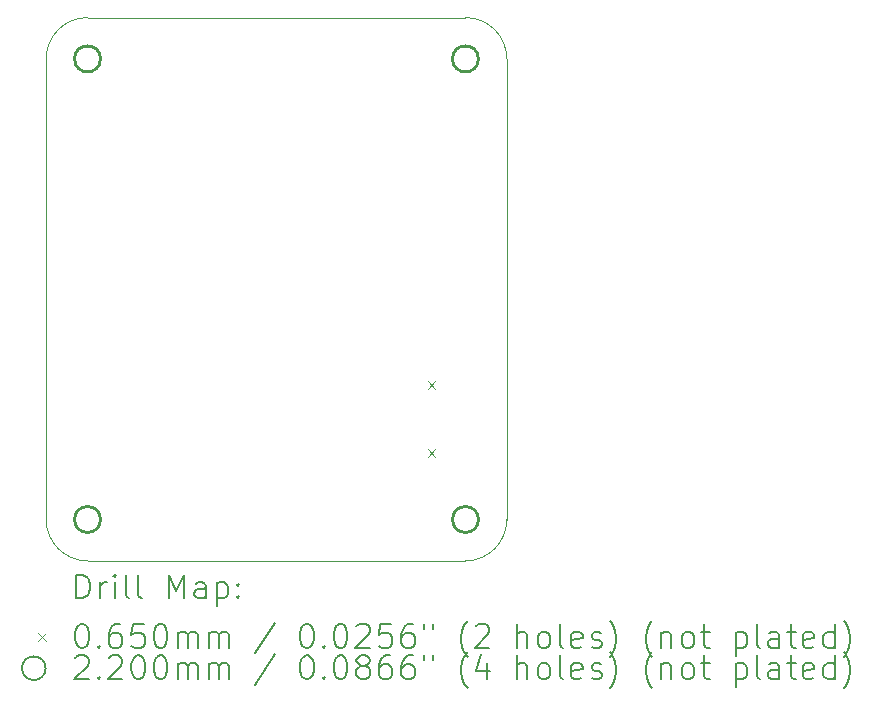
<source format=gbr>
%TF.GenerationSoftware,KiCad,Pcbnew,8.0.0*%
%TF.CreationDate,2024-03-01T21:25:41+00:00*%
%TF.ProjectId,Microll,4d696372-6f6c-46c2-9e6b-696361645f70,rev?*%
%TF.SameCoordinates,PX564eba0PY53724e0*%
%TF.FileFunction,Drillmap*%
%TF.FilePolarity,Positive*%
%FSLAX45Y45*%
G04 Gerber Fmt 4.5, Leading zero omitted, Abs format (unit mm)*
G04 Created by KiCad (PCBNEW 8.0.0) date 2024-03-01 21:25:41*
%MOMM*%
%LPD*%
G01*
G04 APERTURE LIST*
%ADD10C,0.100000*%
%ADD11C,0.200000*%
%ADD12C,0.220000*%
G04 APERTURE END LIST*
D10*
X0Y4250000D02*
X3200000Y4250000D01*
X3200000Y4250000D02*
G75*
G02*
X3550000Y3900000I0J-350000D01*
G01*
X3550000Y0D02*
G75*
G02*
X3200000Y-350000I-350000J0D01*
G01*
X-350000Y0D02*
X-350000Y3900000D01*
X3550000Y3900000D02*
X3550000Y0D01*
X3200000Y-350000D02*
X0Y-350000D01*
X0Y-350000D02*
G75*
G02*
X-350000Y0I0J350000D01*
G01*
X-350000Y3900000D02*
G75*
G02*
X0Y4250000I350000J0D01*
G01*
D11*
D10*
X2879000Y1172450D02*
X2944000Y1107450D01*
X2944000Y1172450D02*
X2879000Y1107450D01*
X2879000Y594450D02*
X2944000Y529450D01*
X2944000Y594450D02*
X2879000Y529450D01*
D12*
X110000Y3900000D02*
G75*
G02*
X-110000Y3900000I-110000J0D01*
G01*
X-110000Y3900000D02*
G75*
G02*
X110000Y3900000I110000J0D01*
G01*
X110000Y0D02*
G75*
G02*
X-110000Y0I-110000J0D01*
G01*
X-110000Y0D02*
G75*
G02*
X110000Y0I110000J0D01*
G01*
X3310000Y3900000D02*
G75*
G02*
X3090000Y3900000I-110000J0D01*
G01*
X3090000Y3900000D02*
G75*
G02*
X3310000Y3900000I110000J0D01*
G01*
X3310000Y0D02*
G75*
G02*
X3090000Y0I-110000J0D01*
G01*
X3090000Y0D02*
G75*
G02*
X3310000Y0I110000J0D01*
G01*
D11*
X-94223Y-666484D02*
X-94223Y-466484D01*
X-94223Y-466484D02*
X-46604Y-466484D01*
X-46604Y-466484D02*
X-18033Y-476008D01*
X-18033Y-476008D02*
X1015Y-495055D01*
X1015Y-495055D02*
X10539Y-514103D01*
X10539Y-514103D02*
X20063Y-552198D01*
X20063Y-552198D02*
X20063Y-580770D01*
X20063Y-580770D02*
X10539Y-618865D01*
X10539Y-618865D02*
X1015Y-637912D01*
X1015Y-637912D02*
X-18033Y-656960D01*
X-18033Y-656960D02*
X-46604Y-666484D01*
X-46604Y-666484D02*
X-94223Y-666484D01*
X105777Y-666484D02*
X105777Y-533150D01*
X105777Y-571246D02*
X115301Y-552198D01*
X115301Y-552198D02*
X124824Y-542674D01*
X124824Y-542674D02*
X143872Y-533150D01*
X143872Y-533150D02*
X162920Y-533150D01*
X229586Y-666484D02*
X229586Y-533150D01*
X229586Y-466484D02*
X220062Y-476008D01*
X220062Y-476008D02*
X229586Y-485531D01*
X229586Y-485531D02*
X239110Y-476008D01*
X239110Y-476008D02*
X229586Y-466484D01*
X229586Y-466484D02*
X229586Y-485531D01*
X353396Y-666484D02*
X334348Y-656960D01*
X334348Y-656960D02*
X324824Y-637912D01*
X324824Y-637912D02*
X324824Y-466484D01*
X458158Y-666484D02*
X439110Y-656960D01*
X439110Y-656960D02*
X429586Y-637912D01*
X429586Y-637912D02*
X429586Y-466484D01*
X686729Y-666484D02*
X686729Y-466484D01*
X686729Y-466484D02*
X753396Y-609341D01*
X753396Y-609341D02*
X820062Y-466484D01*
X820062Y-466484D02*
X820062Y-666484D01*
X1001015Y-666484D02*
X1001015Y-561722D01*
X1001015Y-561722D02*
X991491Y-542674D01*
X991491Y-542674D02*
X972443Y-533150D01*
X972443Y-533150D02*
X934348Y-533150D01*
X934348Y-533150D02*
X915301Y-542674D01*
X1001015Y-656960D02*
X981967Y-666484D01*
X981967Y-666484D02*
X934348Y-666484D01*
X934348Y-666484D02*
X915301Y-656960D01*
X915301Y-656960D02*
X905777Y-637912D01*
X905777Y-637912D02*
X905777Y-618865D01*
X905777Y-618865D02*
X915301Y-599817D01*
X915301Y-599817D02*
X934348Y-590293D01*
X934348Y-590293D02*
X981967Y-590293D01*
X981967Y-590293D02*
X1001015Y-580770D01*
X1096253Y-533150D02*
X1096253Y-733150D01*
X1096253Y-542674D02*
X1115301Y-533150D01*
X1115301Y-533150D02*
X1153396Y-533150D01*
X1153396Y-533150D02*
X1172444Y-542674D01*
X1172444Y-542674D02*
X1181967Y-552198D01*
X1181967Y-552198D02*
X1191491Y-571246D01*
X1191491Y-571246D02*
X1191491Y-628389D01*
X1191491Y-628389D02*
X1181967Y-647436D01*
X1181967Y-647436D02*
X1172444Y-656960D01*
X1172444Y-656960D02*
X1153396Y-666484D01*
X1153396Y-666484D02*
X1115301Y-666484D01*
X1115301Y-666484D02*
X1096253Y-656960D01*
X1277205Y-647436D02*
X1286729Y-656960D01*
X1286729Y-656960D02*
X1277205Y-666484D01*
X1277205Y-666484D02*
X1267682Y-656960D01*
X1267682Y-656960D02*
X1277205Y-647436D01*
X1277205Y-647436D02*
X1277205Y-666484D01*
X1277205Y-542674D02*
X1286729Y-552198D01*
X1286729Y-552198D02*
X1277205Y-561722D01*
X1277205Y-561722D02*
X1267682Y-552198D01*
X1267682Y-552198D02*
X1277205Y-542674D01*
X1277205Y-542674D02*
X1277205Y-561722D01*
D10*
X-420000Y-962500D02*
X-355000Y-1027500D01*
X-355000Y-962500D02*
X-420000Y-1027500D01*
D11*
X-56128Y-886484D02*
X-37080Y-886484D01*
X-37080Y-886484D02*
X-18033Y-896008D01*
X-18033Y-896008D02*
X-8509Y-905531D01*
X-8509Y-905531D02*
X1015Y-924579D01*
X1015Y-924579D02*
X10539Y-962674D01*
X10539Y-962674D02*
X10539Y-1010293D01*
X10539Y-1010293D02*
X1015Y-1048388D01*
X1015Y-1048388D02*
X-8509Y-1067436D01*
X-8509Y-1067436D02*
X-18033Y-1076960D01*
X-18033Y-1076960D02*
X-37080Y-1086484D01*
X-37080Y-1086484D02*
X-56128Y-1086484D01*
X-56128Y-1086484D02*
X-75176Y-1076960D01*
X-75176Y-1076960D02*
X-84699Y-1067436D01*
X-84699Y-1067436D02*
X-94223Y-1048388D01*
X-94223Y-1048388D02*
X-103747Y-1010293D01*
X-103747Y-1010293D02*
X-103747Y-962674D01*
X-103747Y-962674D02*
X-94223Y-924579D01*
X-94223Y-924579D02*
X-84699Y-905531D01*
X-84699Y-905531D02*
X-75176Y-896008D01*
X-75176Y-896008D02*
X-56128Y-886484D01*
X96253Y-1067436D02*
X105777Y-1076960D01*
X105777Y-1076960D02*
X96253Y-1086484D01*
X96253Y-1086484D02*
X86729Y-1076960D01*
X86729Y-1076960D02*
X96253Y-1067436D01*
X96253Y-1067436D02*
X96253Y-1086484D01*
X277205Y-886484D02*
X239110Y-886484D01*
X239110Y-886484D02*
X220062Y-896008D01*
X220062Y-896008D02*
X210539Y-905531D01*
X210539Y-905531D02*
X191491Y-934103D01*
X191491Y-934103D02*
X181967Y-972198D01*
X181967Y-972198D02*
X181967Y-1048388D01*
X181967Y-1048388D02*
X191491Y-1067436D01*
X191491Y-1067436D02*
X201015Y-1076960D01*
X201015Y-1076960D02*
X220062Y-1086484D01*
X220062Y-1086484D02*
X258158Y-1086484D01*
X258158Y-1086484D02*
X277205Y-1076960D01*
X277205Y-1076960D02*
X286729Y-1067436D01*
X286729Y-1067436D02*
X296253Y-1048388D01*
X296253Y-1048388D02*
X296253Y-1000769D01*
X296253Y-1000769D02*
X286729Y-981722D01*
X286729Y-981722D02*
X277205Y-972198D01*
X277205Y-972198D02*
X258158Y-962674D01*
X258158Y-962674D02*
X220062Y-962674D01*
X220062Y-962674D02*
X201015Y-972198D01*
X201015Y-972198D02*
X191491Y-981722D01*
X191491Y-981722D02*
X181967Y-1000769D01*
X477205Y-886484D02*
X381967Y-886484D01*
X381967Y-886484D02*
X372443Y-981722D01*
X372443Y-981722D02*
X381967Y-972198D01*
X381967Y-972198D02*
X401015Y-962674D01*
X401015Y-962674D02*
X448634Y-962674D01*
X448634Y-962674D02*
X467682Y-972198D01*
X467682Y-972198D02*
X477205Y-981722D01*
X477205Y-981722D02*
X486729Y-1000769D01*
X486729Y-1000769D02*
X486729Y-1048388D01*
X486729Y-1048388D02*
X477205Y-1067436D01*
X477205Y-1067436D02*
X467682Y-1076960D01*
X467682Y-1076960D02*
X448634Y-1086484D01*
X448634Y-1086484D02*
X401015Y-1086484D01*
X401015Y-1086484D02*
X381967Y-1076960D01*
X381967Y-1076960D02*
X372443Y-1067436D01*
X610539Y-886484D02*
X629586Y-886484D01*
X629586Y-886484D02*
X648634Y-896008D01*
X648634Y-896008D02*
X658158Y-905531D01*
X658158Y-905531D02*
X667682Y-924579D01*
X667682Y-924579D02*
X677205Y-962674D01*
X677205Y-962674D02*
X677205Y-1010293D01*
X677205Y-1010293D02*
X667682Y-1048388D01*
X667682Y-1048388D02*
X658158Y-1067436D01*
X658158Y-1067436D02*
X648634Y-1076960D01*
X648634Y-1076960D02*
X629586Y-1086484D01*
X629586Y-1086484D02*
X610539Y-1086484D01*
X610539Y-1086484D02*
X591491Y-1076960D01*
X591491Y-1076960D02*
X581967Y-1067436D01*
X581967Y-1067436D02*
X572444Y-1048388D01*
X572444Y-1048388D02*
X562920Y-1010293D01*
X562920Y-1010293D02*
X562920Y-962674D01*
X562920Y-962674D02*
X572444Y-924579D01*
X572444Y-924579D02*
X581967Y-905531D01*
X581967Y-905531D02*
X591491Y-896008D01*
X591491Y-896008D02*
X610539Y-886484D01*
X762920Y-1086484D02*
X762920Y-953150D01*
X762920Y-972198D02*
X772443Y-962674D01*
X772443Y-962674D02*
X791491Y-953150D01*
X791491Y-953150D02*
X820063Y-953150D01*
X820063Y-953150D02*
X839110Y-962674D01*
X839110Y-962674D02*
X848634Y-981722D01*
X848634Y-981722D02*
X848634Y-1086484D01*
X848634Y-981722D02*
X858158Y-962674D01*
X858158Y-962674D02*
X877205Y-953150D01*
X877205Y-953150D02*
X905777Y-953150D01*
X905777Y-953150D02*
X924824Y-962674D01*
X924824Y-962674D02*
X934348Y-981722D01*
X934348Y-981722D02*
X934348Y-1086484D01*
X1029586Y-1086484D02*
X1029586Y-953150D01*
X1029586Y-972198D02*
X1039110Y-962674D01*
X1039110Y-962674D02*
X1058158Y-953150D01*
X1058158Y-953150D02*
X1086729Y-953150D01*
X1086729Y-953150D02*
X1105777Y-962674D01*
X1105777Y-962674D02*
X1115301Y-981722D01*
X1115301Y-981722D02*
X1115301Y-1086484D01*
X1115301Y-981722D02*
X1124825Y-962674D01*
X1124825Y-962674D02*
X1143872Y-953150D01*
X1143872Y-953150D02*
X1172444Y-953150D01*
X1172444Y-953150D02*
X1191491Y-962674D01*
X1191491Y-962674D02*
X1201015Y-981722D01*
X1201015Y-981722D02*
X1201015Y-1086484D01*
X1591491Y-876960D02*
X1420063Y-1134103D01*
X1848634Y-886484D02*
X1867682Y-886484D01*
X1867682Y-886484D02*
X1886729Y-896008D01*
X1886729Y-896008D02*
X1896253Y-905531D01*
X1896253Y-905531D02*
X1905777Y-924579D01*
X1905777Y-924579D02*
X1915301Y-962674D01*
X1915301Y-962674D02*
X1915301Y-1010293D01*
X1915301Y-1010293D02*
X1905777Y-1048388D01*
X1905777Y-1048388D02*
X1896253Y-1067436D01*
X1896253Y-1067436D02*
X1886729Y-1076960D01*
X1886729Y-1076960D02*
X1867682Y-1086484D01*
X1867682Y-1086484D02*
X1848634Y-1086484D01*
X1848634Y-1086484D02*
X1829586Y-1076960D01*
X1829586Y-1076960D02*
X1820063Y-1067436D01*
X1820063Y-1067436D02*
X1810539Y-1048388D01*
X1810539Y-1048388D02*
X1801015Y-1010293D01*
X1801015Y-1010293D02*
X1801015Y-962674D01*
X1801015Y-962674D02*
X1810539Y-924579D01*
X1810539Y-924579D02*
X1820063Y-905531D01*
X1820063Y-905531D02*
X1829586Y-896008D01*
X1829586Y-896008D02*
X1848634Y-886484D01*
X2001015Y-1067436D02*
X2010539Y-1076960D01*
X2010539Y-1076960D02*
X2001015Y-1086484D01*
X2001015Y-1086484D02*
X1991491Y-1076960D01*
X1991491Y-1076960D02*
X2001015Y-1067436D01*
X2001015Y-1067436D02*
X2001015Y-1086484D01*
X2134348Y-886484D02*
X2153396Y-886484D01*
X2153396Y-886484D02*
X2172444Y-896008D01*
X2172444Y-896008D02*
X2181968Y-905531D01*
X2181968Y-905531D02*
X2191491Y-924579D01*
X2191491Y-924579D02*
X2201015Y-962674D01*
X2201015Y-962674D02*
X2201015Y-1010293D01*
X2201015Y-1010293D02*
X2191491Y-1048388D01*
X2191491Y-1048388D02*
X2181968Y-1067436D01*
X2181968Y-1067436D02*
X2172444Y-1076960D01*
X2172444Y-1076960D02*
X2153396Y-1086484D01*
X2153396Y-1086484D02*
X2134348Y-1086484D01*
X2134348Y-1086484D02*
X2115301Y-1076960D01*
X2115301Y-1076960D02*
X2105777Y-1067436D01*
X2105777Y-1067436D02*
X2096253Y-1048388D01*
X2096253Y-1048388D02*
X2086729Y-1010293D01*
X2086729Y-1010293D02*
X2086729Y-962674D01*
X2086729Y-962674D02*
X2096253Y-924579D01*
X2096253Y-924579D02*
X2105777Y-905531D01*
X2105777Y-905531D02*
X2115301Y-896008D01*
X2115301Y-896008D02*
X2134348Y-886484D01*
X2277206Y-905531D02*
X2286729Y-896008D01*
X2286729Y-896008D02*
X2305777Y-886484D01*
X2305777Y-886484D02*
X2353396Y-886484D01*
X2353396Y-886484D02*
X2372444Y-896008D01*
X2372444Y-896008D02*
X2381968Y-905531D01*
X2381968Y-905531D02*
X2391491Y-924579D01*
X2391491Y-924579D02*
X2391491Y-943627D01*
X2391491Y-943627D02*
X2381968Y-972198D01*
X2381968Y-972198D02*
X2267682Y-1086484D01*
X2267682Y-1086484D02*
X2391491Y-1086484D01*
X2572444Y-886484D02*
X2477206Y-886484D01*
X2477206Y-886484D02*
X2467682Y-981722D01*
X2467682Y-981722D02*
X2477206Y-972198D01*
X2477206Y-972198D02*
X2496253Y-962674D01*
X2496253Y-962674D02*
X2543872Y-962674D01*
X2543872Y-962674D02*
X2562920Y-972198D01*
X2562920Y-972198D02*
X2572444Y-981722D01*
X2572444Y-981722D02*
X2581968Y-1000769D01*
X2581968Y-1000769D02*
X2581968Y-1048388D01*
X2581968Y-1048388D02*
X2572444Y-1067436D01*
X2572444Y-1067436D02*
X2562920Y-1076960D01*
X2562920Y-1076960D02*
X2543872Y-1086484D01*
X2543872Y-1086484D02*
X2496253Y-1086484D01*
X2496253Y-1086484D02*
X2477206Y-1076960D01*
X2477206Y-1076960D02*
X2467682Y-1067436D01*
X2753396Y-886484D02*
X2715301Y-886484D01*
X2715301Y-886484D02*
X2696253Y-896008D01*
X2696253Y-896008D02*
X2686729Y-905531D01*
X2686729Y-905531D02*
X2667682Y-934103D01*
X2667682Y-934103D02*
X2658158Y-972198D01*
X2658158Y-972198D02*
X2658158Y-1048388D01*
X2658158Y-1048388D02*
X2667682Y-1067436D01*
X2667682Y-1067436D02*
X2677206Y-1076960D01*
X2677206Y-1076960D02*
X2696253Y-1086484D01*
X2696253Y-1086484D02*
X2734349Y-1086484D01*
X2734349Y-1086484D02*
X2753396Y-1076960D01*
X2753396Y-1076960D02*
X2762920Y-1067436D01*
X2762920Y-1067436D02*
X2772444Y-1048388D01*
X2772444Y-1048388D02*
X2772444Y-1000769D01*
X2772444Y-1000769D02*
X2762920Y-981722D01*
X2762920Y-981722D02*
X2753396Y-972198D01*
X2753396Y-972198D02*
X2734349Y-962674D01*
X2734349Y-962674D02*
X2696253Y-962674D01*
X2696253Y-962674D02*
X2677206Y-972198D01*
X2677206Y-972198D02*
X2667682Y-981722D01*
X2667682Y-981722D02*
X2658158Y-1000769D01*
X2848634Y-886484D02*
X2848634Y-924579D01*
X2924825Y-886484D02*
X2924825Y-924579D01*
X3220063Y-1162674D02*
X3210539Y-1153150D01*
X3210539Y-1153150D02*
X3191491Y-1124579D01*
X3191491Y-1124579D02*
X3181968Y-1105531D01*
X3181968Y-1105531D02*
X3172444Y-1076960D01*
X3172444Y-1076960D02*
X3162920Y-1029341D01*
X3162920Y-1029341D02*
X3162920Y-991246D01*
X3162920Y-991246D02*
X3172444Y-943627D01*
X3172444Y-943627D02*
X3181968Y-915055D01*
X3181968Y-915055D02*
X3191491Y-896008D01*
X3191491Y-896008D02*
X3210539Y-867436D01*
X3210539Y-867436D02*
X3220063Y-857912D01*
X3286729Y-905531D02*
X3296253Y-896008D01*
X3296253Y-896008D02*
X3315301Y-886484D01*
X3315301Y-886484D02*
X3362920Y-886484D01*
X3362920Y-886484D02*
X3381968Y-896008D01*
X3381968Y-896008D02*
X3391491Y-905531D01*
X3391491Y-905531D02*
X3401015Y-924579D01*
X3401015Y-924579D02*
X3401015Y-943627D01*
X3401015Y-943627D02*
X3391491Y-972198D01*
X3391491Y-972198D02*
X3277206Y-1086484D01*
X3277206Y-1086484D02*
X3401015Y-1086484D01*
X3639110Y-1086484D02*
X3639110Y-886484D01*
X3724825Y-1086484D02*
X3724825Y-981722D01*
X3724825Y-981722D02*
X3715301Y-962674D01*
X3715301Y-962674D02*
X3696253Y-953150D01*
X3696253Y-953150D02*
X3667682Y-953150D01*
X3667682Y-953150D02*
X3648634Y-962674D01*
X3648634Y-962674D02*
X3639110Y-972198D01*
X3848634Y-1086484D02*
X3829587Y-1076960D01*
X3829587Y-1076960D02*
X3820063Y-1067436D01*
X3820063Y-1067436D02*
X3810539Y-1048388D01*
X3810539Y-1048388D02*
X3810539Y-991246D01*
X3810539Y-991246D02*
X3820063Y-972198D01*
X3820063Y-972198D02*
X3829587Y-962674D01*
X3829587Y-962674D02*
X3848634Y-953150D01*
X3848634Y-953150D02*
X3877206Y-953150D01*
X3877206Y-953150D02*
X3896253Y-962674D01*
X3896253Y-962674D02*
X3905777Y-972198D01*
X3905777Y-972198D02*
X3915301Y-991246D01*
X3915301Y-991246D02*
X3915301Y-1048388D01*
X3915301Y-1048388D02*
X3905777Y-1067436D01*
X3905777Y-1067436D02*
X3896253Y-1076960D01*
X3896253Y-1076960D02*
X3877206Y-1086484D01*
X3877206Y-1086484D02*
X3848634Y-1086484D01*
X4029587Y-1086484D02*
X4010539Y-1076960D01*
X4010539Y-1076960D02*
X4001015Y-1057912D01*
X4001015Y-1057912D02*
X4001015Y-886484D01*
X4181968Y-1076960D02*
X4162920Y-1086484D01*
X4162920Y-1086484D02*
X4124825Y-1086484D01*
X4124825Y-1086484D02*
X4105777Y-1076960D01*
X4105777Y-1076960D02*
X4096253Y-1057912D01*
X4096253Y-1057912D02*
X4096253Y-981722D01*
X4096253Y-981722D02*
X4105777Y-962674D01*
X4105777Y-962674D02*
X4124825Y-953150D01*
X4124825Y-953150D02*
X4162920Y-953150D01*
X4162920Y-953150D02*
X4181968Y-962674D01*
X4181968Y-962674D02*
X4191491Y-981722D01*
X4191491Y-981722D02*
X4191491Y-1000769D01*
X4191491Y-1000769D02*
X4096253Y-1019817D01*
X4267682Y-1076960D02*
X4286730Y-1086484D01*
X4286730Y-1086484D02*
X4324825Y-1086484D01*
X4324825Y-1086484D02*
X4343873Y-1076960D01*
X4343873Y-1076960D02*
X4353396Y-1057912D01*
X4353396Y-1057912D02*
X4353396Y-1048388D01*
X4353396Y-1048388D02*
X4343873Y-1029341D01*
X4343873Y-1029341D02*
X4324825Y-1019817D01*
X4324825Y-1019817D02*
X4296253Y-1019817D01*
X4296253Y-1019817D02*
X4277206Y-1010293D01*
X4277206Y-1010293D02*
X4267682Y-991246D01*
X4267682Y-991246D02*
X4267682Y-981722D01*
X4267682Y-981722D02*
X4277206Y-962674D01*
X4277206Y-962674D02*
X4296253Y-953150D01*
X4296253Y-953150D02*
X4324825Y-953150D01*
X4324825Y-953150D02*
X4343873Y-962674D01*
X4420063Y-1162674D02*
X4429587Y-1153150D01*
X4429587Y-1153150D02*
X4448634Y-1124579D01*
X4448634Y-1124579D02*
X4458158Y-1105531D01*
X4458158Y-1105531D02*
X4467682Y-1076960D01*
X4467682Y-1076960D02*
X4477206Y-1029341D01*
X4477206Y-1029341D02*
X4477206Y-991246D01*
X4477206Y-991246D02*
X4467682Y-943627D01*
X4467682Y-943627D02*
X4458158Y-915055D01*
X4458158Y-915055D02*
X4448634Y-896008D01*
X4448634Y-896008D02*
X4429587Y-867436D01*
X4429587Y-867436D02*
X4420063Y-857912D01*
X4781968Y-1162674D02*
X4772444Y-1153150D01*
X4772444Y-1153150D02*
X4753396Y-1124579D01*
X4753396Y-1124579D02*
X4743873Y-1105531D01*
X4743873Y-1105531D02*
X4734349Y-1076960D01*
X4734349Y-1076960D02*
X4724825Y-1029341D01*
X4724825Y-1029341D02*
X4724825Y-991246D01*
X4724825Y-991246D02*
X4734349Y-943627D01*
X4734349Y-943627D02*
X4743873Y-915055D01*
X4743873Y-915055D02*
X4753396Y-896008D01*
X4753396Y-896008D02*
X4772444Y-867436D01*
X4772444Y-867436D02*
X4781968Y-857912D01*
X4858158Y-953150D02*
X4858158Y-1086484D01*
X4858158Y-972198D02*
X4867682Y-962674D01*
X4867682Y-962674D02*
X4886730Y-953150D01*
X4886730Y-953150D02*
X4915301Y-953150D01*
X4915301Y-953150D02*
X4934349Y-962674D01*
X4934349Y-962674D02*
X4943873Y-981722D01*
X4943873Y-981722D02*
X4943873Y-1086484D01*
X5067682Y-1086484D02*
X5048634Y-1076960D01*
X5048634Y-1076960D02*
X5039111Y-1067436D01*
X5039111Y-1067436D02*
X5029587Y-1048388D01*
X5029587Y-1048388D02*
X5029587Y-991246D01*
X5029587Y-991246D02*
X5039111Y-972198D01*
X5039111Y-972198D02*
X5048634Y-962674D01*
X5048634Y-962674D02*
X5067682Y-953150D01*
X5067682Y-953150D02*
X5096254Y-953150D01*
X5096254Y-953150D02*
X5115301Y-962674D01*
X5115301Y-962674D02*
X5124825Y-972198D01*
X5124825Y-972198D02*
X5134349Y-991246D01*
X5134349Y-991246D02*
X5134349Y-1048388D01*
X5134349Y-1048388D02*
X5124825Y-1067436D01*
X5124825Y-1067436D02*
X5115301Y-1076960D01*
X5115301Y-1076960D02*
X5096254Y-1086484D01*
X5096254Y-1086484D02*
X5067682Y-1086484D01*
X5191492Y-953150D02*
X5267682Y-953150D01*
X5220063Y-886484D02*
X5220063Y-1057912D01*
X5220063Y-1057912D02*
X5229587Y-1076960D01*
X5229587Y-1076960D02*
X5248634Y-1086484D01*
X5248634Y-1086484D02*
X5267682Y-1086484D01*
X5486730Y-953150D02*
X5486730Y-1153150D01*
X5486730Y-962674D02*
X5505777Y-953150D01*
X5505777Y-953150D02*
X5543873Y-953150D01*
X5543873Y-953150D02*
X5562920Y-962674D01*
X5562920Y-962674D02*
X5572444Y-972198D01*
X5572444Y-972198D02*
X5581968Y-991246D01*
X5581968Y-991246D02*
X5581968Y-1048388D01*
X5581968Y-1048388D02*
X5572444Y-1067436D01*
X5572444Y-1067436D02*
X5562920Y-1076960D01*
X5562920Y-1076960D02*
X5543873Y-1086484D01*
X5543873Y-1086484D02*
X5505777Y-1086484D01*
X5505777Y-1086484D02*
X5486730Y-1076960D01*
X5696253Y-1086484D02*
X5677206Y-1076960D01*
X5677206Y-1076960D02*
X5667682Y-1057912D01*
X5667682Y-1057912D02*
X5667682Y-886484D01*
X5858158Y-1086484D02*
X5858158Y-981722D01*
X5858158Y-981722D02*
X5848634Y-962674D01*
X5848634Y-962674D02*
X5829587Y-953150D01*
X5829587Y-953150D02*
X5791492Y-953150D01*
X5791492Y-953150D02*
X5772444Y-962674D01*
X5858158Y-1076960D02*
X5839111Y-1086484D01*
X5839111Y-1086484D02*
X5791492Y-1086484D01*
X5791492Y-1086484D02*
X5772444Y-1076960D01*
X5772444Y-1076960D02*
X5762920Y-1057912D01*
X5762920Y-1057912D02*
X5762920Y-1038865D01*
X5762920Y-1038865D02*
X5772444Y-1019817D01*
X5772444Y-1019817D02*
X5791492Y-1010293D01*
X5791492Y-1010293D02*
X5839111Y-1010293D01*
X5839111Y-1010293D02*
X5858158Y-1000769D01*
X5924825Y-953150D02*
X6001015Y-953150D01*
X5953396Y-886484D02*
X5953396Y-1057912D01*
X5953396Y-1057912D02*
X5962920Y-1076960D01*
X5962920Y-1076960D02*
X5981968Y-1086484D01*
X5981968Y-1086484D02*
X6001015Y-1086484D01*
X6143873Y-1076960D02*
X6124825Y-1086484D01*
X6124825Y-1086484D02*
X6086730Y-1086484D01*
X6086730Y-1086484D02*
X6067682Y-1076960D01*
X6067682Y-1076960D02*
X6058158Y-1057912D01*
X6058158Y-1057912D02*
X6058158Y-981722D01*
X6058158Y-981722D02*
X6067682Y-962674D01*
X6067682Y-962674D02*
X6086730Y-953150D01*
X6086730Y-953150D02*
X6124825Y-953150D01*
X6124825Y-953150D02*
X6143873Y-962674D01*
X6143873Y-962674D02*
X6153396Y-981722D01*
X6153396Y-981722D02*
X6153396Y-1000769D01*
X6153396Y-1000769D02*
X6058158Y-1019817D01*
X6324825Y-1086484D02*
X6324825Y-886484D01*
X6324825Y-1076960D02*
X6305777Y-1086484D01*
X6305777Y-1086484D02*
X6267682Y-1086484D01*
X6267682Y-1086484D02*
X6248634Y-1076960D01*
X6248634Y-1076960D02*
X6239111Y-1067436D01*
X6239111Y-1067436D02*
X6229587Y-1048388D01*
X6229587Y-1048388D02*
X6229587Y-991246D01*
X6229587Y-991246D02*
X6239111Y-972198D01*
X6239111Y-972198D02*
X6248634Y-962674D01*
X6248634Y-962674D02*
X6267682Y-953150D01*
X6267682Y-953150D02*
X6305777Y-953150D01*
X6305777Y-953150D02*
X6324825Y-962674D01*
X6401015Y-1162674D02*
X6410539Y-1153150D01*
X6410539Y-1153150D02*
X6429587Y-1124579D01*
X6429587Y-1124579D02*
X6439111Y-1105531D01*
X6439111Y-1105531D02*
X6448634Y-1076960D01*
X6448634Y-1076960D02*
X6458158Y-1029341D01*
X6458158Y-1029341D02*
X6458158Y-991246D01*
X6458158Y-991246D02*
X6448634Y-943627D01*
X6448634Y-943627D02*
X6439111Y-915055D01*
X6439111Y-915055D02*
X6429587Y-896008D01*
X6429587Y-896008D02*
X6410539Y-867436D01*
X6410539Y-867436D02*
X6401015Y-857912D01*
X-355000Y-1259000D02*
G75*
G02*
X-555000Y-1259000I-100000J0D01*
G01*
X-555000Y-1259000D02*
G75*
G02*
X-355000Y-1259000I100000J0D01*
G01*
X-103747Y-1169531D02*
X-94223Y-1160008D01*
X-94223Y-1160008D02*
X-75176Y-1150484D01*
X-75176Y-1150484D02*
X-27556Y-1150484D01*
X-27556Y-1150484D02*
X-8509Y-1160008D01*
X-8509Y-1160008D02*
X1015Y-1169531D01*
X1015Y-1169531D02*
X10539Y-1188579D01*
X10539Y-1188579D02*
X10539Y-1207627D01*
X10539Y-1207627D02*
X1015Y-1236198D01*
X1015Y-1236198D02*
X-113271Y-1350484D01*
X-113271Y-1350484D02*
X10539Y-1350484D01*
X96253Y-1331436D02*
X105777Y-1340960D01*
X105777Y-1340960D02*
X96253Y-1350484D01*
X96253Y-1350484D02*
X86729Y-1340960D01*
X86729Y-1340960D02*
X96253Y-1331436D01*
X96253Y-1331436D02*
X96253Y-1350484D01*
X181967Y-1169531D02*
X191491Y-1160008D01*
X191491Y-1160008D02*
X210539Y-1150484D01*
X210539Y-1150484D02*
X258158Y-1150484D01*
X258158Y-1150484D02*
X277205Y-1160008D01*
X277205Y-1160008D02*
X286729Y-1169531D01*
X286729Y-1169531D02*
X296253Y-1188579D01*
X296253Y-1188579D02*
X296253Y-1207627D01*
X296253Y-1207627D02*
X286729Y-1236198D01*
X286729Y-1236198D02*
X172444Y-1350484D01*
X172444Y-1350484D02*
X296253Y-1350484D01*
X420062Y-1150484D02*
X439110Y-1150484D01*
X439110Y-1150484D02*
X458158Y-1160008D01*
X458158Y-1160008D02*
X467682Y-1169531D01*
X467682Y-1169531D02*
X477205Y-1188579D01*
X477205Y-1188579D02*
X486729Y-1226674D01*
X486729Y-1226674D02*
X486729Y-1274293D01*
X486729Y-1274293D02*
X477205Y-1312389D01*
X477205Y-1312389D02*
X467682Y-1331436D01*
X467682Y-1331436D02*
X458158Y-1340960D01*
X458158Y-1340960D02*
X439110Y-1350484D01*
X439110Y-1350484D02*
X420062Y-1350484D01*
X420062Y-1350484D02*
X401015Y-1340960D01*
X401015Y-1340960D02*
X391491Y-1331436D01*
X391491Y-1331436D02*
X381967Y-1312389D01*
X381967Y-1312389D02*
X372443Y-1274293D01*
X372443Y-1274293D02*
X372443Y-1226674D01*
X372443Y-1226674D02*
X381967Y-1188579D01*
X381967Y-1188579D02*
X391491Y-1169531D01*
X391491Y-1169531D02*
X401015Y-1160008D01*
X401015Y-1160008D02*
X420062Y-1150484D01*
X610539Y-1150484D02*
X629586Y-1150484D01*
X629586Y-1150484D02*
X648634Y-1160008D01*
X648634Y-1160008D02*
X658158Y-1169531D01*
X658158Y-1169531D02*
X667682Y-1188579D01*
X667682Y-1188579D02*
X677205Y-1226674D01*
X677205Y-1226674D02*
X677205Y-1274293D01*
X677205Y-1274293D02*
X667682Y-1312389D01*
X667682Y-1312389D02*
X658158Y-1331436D01*
X658158Y-1331436D02*
X648634Y-1340960D01*
X648634Y-1340960D02*
X629586Y-1350484D01*
X629586Y-1350484D02*
X610539Y-1350484D01*
X610539Y-1350484D02*
X591491Y-1340960D01*
X591491Y-1340960D02*
X581967Y-1331436D01*
X581967Y-1331436D02*
X572444Y-1312389D01*
X572444Y-1312389D02*
X562920Y-1274293D01*
X562920Y-1274293D02*
X562920Y-1226674D01*
X562920Y-1226674D02*
X572444Y-1188579D01*
X572444Y-1188579D02*
X581967Y-1169531D01*
X581967Y-1169531D02*
X591491Y-1160008D01*
X591491Y-1160008D02*
X610539Y-1150484D01*
X762920Y-1350484D02*
X762920Y-1217150D01*
X762920Y-1236198D02*
X772443Y-1226674D01*
X772443Y-1226674D02*
X791491Y-1217150D01*
X791491Y-1217150D02*
X820063Y-1217150D01*
X820063Y-1217150D02*
X839110Y-1226674D01*
X839110Y-1226674D02*
X848634Y-1245722D01*
X848634Y-1245722D02*
X848634Y-1350484D01*
X848634Y-1245722D02*
X858158Y-1226674D01*
X858158Y-1226674D02*
X877205Y-1217150D01*
X877205Y-1217150D02*
X905777Y-1217150D01*
X905777Y-1217150D02*
X924824Y-1226674D01*
X924824Y-1226674D02*
X934348Y-1245722D01*
X934348Y-1245722D02*
X934348Y-1350484D01*
X1029586Y-1350484D02*
X1029586Y-1217150D01*
X1029586Y-1236198D02*
X1039110Y-1226674D01*
X1039110Y-1226674D02*
X1058158Y-1217150D01*
X1058158Y-1217150D02*
X1086729Y-1217150D01*
X1086729Y-1217150D02*
X1105777Y-1226674D01*
X1105777Y-1226674D02*
X1115301Y-1245722D01*
X1115301Y-1245722D02*
X1115301Y-1350484D01*
X1115301Y-1245722D02*
X1124825Y-1226674D01*
X1124825Y-1226674D02*
X1143872Y-1217150D01*
X1143872Y-1217150D02*
X1172444Y-1217150D01*
X1172444Y-1217150D02*
X1191491Y-1226674D01*
X1191491Y-1226674D02*
X1201015Y-1245722D01*
X1201015Y-1245722D02*
X1201015Y-1350484D01*
X1591491Y-1140960D02*
X1420063Y-1398103D01*
X1848634Y-1150484D02*
X1867682Y-1150484D01*
X1867682Y-1150484D02*
X1886729Y-1160008D01*
X1886729Y-1160008D02*
X1896253Y-1169531D01*
X1896253Y-1169531D02*
X1905777Y-1188579D01*
X1905777Y-1188579D02*
X1915301Y-1226674D01*
X1915301Y-1226674D02*
X1915301Y-1274293D01*
X1915301Y-1274293D02*
X1905777Y-1312389D01*
X1905777Y-1312389D02*
X1896253Y-1331436D01*
X1896253Y-1331436D02*
X1886729Y-1340960D01*
X1886729Y-1340960D02*
X1867682Y-1350484D01*
X1867682Y-1350484D02*
X1848634Y-1350484D01*
X1848634Y-1350484D02*
X1829586Y-1340960D01*
X1829586Y-1340960D02*
X1820063Y-1331436D01*
X1820063Y-1331436D02*
X1810539Y-1312389D01*
X1810539Y-1312389D02*
X1801015Y-1274293D01*
X1801015Y-1274293D02*
X1801015Y-1226674D01*
X1801015Y-1226674D02*
X1810539Y-1188579D01*
X1810539Y-1188579D02*
X1820063Y-1169531D01*
X1820063Y-1169531D02*
X1829586Y-1160008D01*
X1829586Y-1160008D02*
X1848634Y-1150484D01*
X2001015Y-1331436D02*
X2010539Y-1340960D01*
X2010539Y-1340960D02*
X2001015Y-1350484D01*
X2001015Y-1350484D02*
X1991491Y-1340960D01*
X1991491Y-1340960D02*
X2001015Y-1331436D01*
X2001015Y-1331436D02*
X2001015Y-1350484D01*
X2134348Y-1150484D02*
X2153396Y-1150484D01*
X2153396Y-1150484D02*
X2172444Y-1160008D01*
X2172444Y-1160008D02*
X2181968Y-1169531D01*
X2181968Y-1169531D02*
X2191491Y-1188579D01*
X2191491Y-1188579D02*
X2201015Y-1226674D01*
X2201015Y-1226674D02*
X2201015Y-1274293D01*
X2201015Y-1274293D02*
X2191491Y-1312389D01*
X2191491Y-1312389D02*
X2181968Y-1331436D01*
X2181968Y-1331436D02*
X2172444Y-1340960D01*
X2172444Y-1340960D02*
X2153396Y-1350484D01*
X2153396Y-1350484D02*
X2134348Y-1350484D01*
X2134348Y-1350484D02*
X2115301Y-1340960D01*
X2115301Y-1340960D02*
X2105777Y-1331436D01*
X2105777Y-1331436D02*
X2096253Y-1312389D01*
X2096253Y-1312389D02*
X2086729Y-1274293D01*
X2086729Y-1274293D02*
X2086729Y-1226674D01*
X2086729Y-1226674D02*
X2096253Y-1188579D01*
X2096253Y-1188579D02*
X2105777Y-1169531D01*
X2105777Y-1169531D02*
X2115301Y-1160008D01*
X2115301Y-1160008D02*
X2134348Y-1150484D01*
X2315301Y-1236198D02*
X2296253Y-1226674D01*
X2296253Y-1226674D02*
X2286729Y-1217150D01*
X2286729Y-1217150D02*
X2277206Y-1198103D01*
X2277206Y-1198103D02*
X2277206Y-1188579D01*
X2277206Y-1188579D02*
X2286729Y-1169531D01*
X2286729Y-1169531D02*
X2296253Y-1160008D01*
X2296253Y-1160008D02*
X2315301Y-1150484D01*
X2315301Y-1150484D02*
X2353396Y-1150484D01*
X2353396Y-1150484D02*
X2372444Y-1160008D01*
X2372444Y-1160008D02*
X2381968Y-1169531D01*
X2381968Y-1169531D02*
X2391491Y-1188579D01*
X2391491Y-1188579D02*
X2391491Y-1198103D01*
X2391491Y-1198103D02*
X2381968Y-1217150D01*
X2381968Y-1217150D02*
X2372444Y-1226674D01*
X2372444Y-1226674D02*
X2353396Y-1236198D01*
X2353396Y-1236198D02*
X2315301Y-1236198D01*
X2315301Y-1236198D02*
X2296253Y-1245722D01*
X2296253Y-1245722D02*
X2286729Y-1255246D01*
X2286729Y-1255246D02*
X2277206Y-1274293D01*
X2277206Y-1274293D02*
X2277206Y-1312389D01*
X2277206Y-1312389D02*
X2286729Y-1331436D01*
X2286729Y-1331436D02*
X2296253Y-1340960D01*
X2296253Y-1340960D02*
X2315301Y-1350484D01*
X2315301Y-1350484D02*
X2353396Y-1350484D01*
X2353396Y-1350484D02*
X2372444Y-1340960D01*
X2372444Y-1340960D02*
X2381968Y-1331436D01*
X2381968Y-1331436D02*
X2391491Y-1312389D01*
X2391491Y-1312389D02*
X2391491Y-1274293D01*
X2391491Y-1274293D02*
X2381968Y-1255246D01*
X2381968Y-1255246D02*
X2372444Y-1245722D01*
X2372444Y-1245722D02*
X2353396Y-1236198D01*
X2562920Y-1150484D02*
X2524825Y-1150484D01*
X2524825Y-1150484D02*
X2505777Y-1160008D01*
X2505777Y-1160008D02*
X2496253Y-1169531D01*
X2496253Y-1169531D02*
X2477206Y-1198103D01*
X2477206Y-1198103D02*
X2467682Y-1236198D01*
X2467682Y-1236198D02*
X2467682Y-1312389D01*
X2467682Y-1312389D02*
X2477206Y-1331436D01*
X2477206Y-1331436D02*
X2486729Y-1340960D01*
X2486729Y-1340960D02*
X2505777Y-1350484D01*
X2505777Y-1350484D02*
X2543872Y-1350484D01*
X2543872Y-1350484D02*
X2562920Y-1340960D01*
X2562920Y-1340960D02*
X2572444Y-1331436D01*
X2572444Y-1331436D02*
X2581968Y-1312389D01*
X2581968Y-1312389D02*
X2581968Y-1264770D01*
X2581968Y-1264770D02*
X2572444Y-1245722D01*
X2572444Y-1245722D02*
X2562920Y-1236198D01*
X2562920Y-1236198D02*
X2543872Y-1226674D01*
X2543872Y-1226674D02*
X2505777Y-1226674D01*
X2505777Y-1226674D02*
X2486729Y-1236198D01*
X2486729Y-1236198D02*
X2477206Y-1245722D01*
X2477206Y-1245722D02*
X2467682Y-1264770D01*
X2753396Y-1150484D02*
X2715301Y-1150484D01*
X2715301Y-1150484D02*
X2696253Y-1160008D01*
X2696253Y-1160008D02*
X2686729Y-1169531D01*
X2686729Y-1169531D02*
X2667682Y-1198103D01*
X2667682Y-1198103D02*
X2658158Y-1236198D01*
X2658158Y-1236198D02*
X2658158Y-1312389D01*
X2658158Y-1312389D02*
X2667682Y-1331436D01*
X2667682Y-1331436D02*
X2677206Y-1340960D01*
X2677206Y-1340960D02*
X2696253Y-1350484D01*
X2696253Y-1350484D02*
X2734349Y-1350484D01*
X2734349Y-1350484D02*
X2753396Y-1340960D01*
X2753396Y-1340960D02*
X2762920Y-1331436D01*
X2762920Y-1331436D02*
X2772444Y-1312389D01*
X2772444Y-1312389D02*
X2772444Y-1264770D01*
X2772444Y-1264770D02*
X2762920Y-1245722D01*
X2762920Y-1245722D02*
X2753396Y-1236198D01*
X2753396Y-1236198D02*
X2734349Y-1226674D01*
X2734349Y-1226674D02*
X2696253Y-1226674D01*
X2696253Y-1226674D02*
X2677206Y-1236198D01*
X2677206Y-1236198D02*
X2667682Y-1245722D01*
X2667682Y-1245722D02*
X2658158Y-1264770D01*
X2848634Y-1150484D02*
X2848634Y-1188579D01*
X2924825Y-1150484D02*
X2924825Y-1188579D01*
X3220063Y-1426674D02*
X3210539Y-1417150D01*
X3210539Y-1417150D02*
X3191491Y-1388579D01*
X3191491Y-1388579D02*
X3181968Y-1369531D01*
X3181968Y-1369531D02*
X3172444Y-1340960D01*
X3172444Y-1340960D02*
X3162920Y-1293341D01*
X3162920Y-1293341D02*
X3162920Y-1255246D01*
X3162920Y-1255246D02*
X3172444Y-1207627D01*
X3172444Y-1207627D02*
X3181968Y-1179055D01*
X3181968Y-1179055D02*
X3191491Y-1160008D01*
X3191491Y-1160008D02*
X3210539Y-1131436D01*
X3210539Y-1131436D02*
X3220063Y-1121912D01*
X3381968Y-1217150D02*
X3381968Y-1350484D01*
X3334348Y-1140960D02*
X3286729Y-1283817D01*
X3286729Y-1283817D02*
X3410539Y-1283817D01*
X3639110Y-1350484D02*
X3639110Y-1150484D01*
X3724825Y-1350484D02*
X3724825Y-1245722D01*
X3724825Y-1245722D02*
X3715301Y-1226674D01*
X3715301Y-1226674D02*
X3696253Y-1217150D01*
X3696253Y-1217150D02*
X3667682Y-1217150D01*
X3667682Y-1217150D02*
X3648634Y-1226674D01*
X3648634Y-1226674D02*
X3639110Y-1236198D01*
X3848634Y-1350484D02*
X3829587Y-1340960D01*
X3829587Y-1340960D02*
X3820063Y-1331436D01*
X3820063Y-1331436D02*
X3810539Y-1312389D01*
X3810539Y-1312389D02*
X3810539Y-1255246D01*
X3810539Y-1255246D02*
X3820063Y-1236198D01*
X3820063Y-1236198D02*
X3829587Y-1226674D01*
X3829587Y-1226674D02*
X3848634Y-1217150D01*
X3848634Y-1217150D02*
X3877206Y-1217150D01*
X3877206Y-1217150D02*
X3896253Y-1226674D01*
X3896253Y-1226674D02*
X3905777Y-1236198D01*
X3905777Y-1236198D02*
X3915301Y-1255246D01*
X3915301Y-1255246D02*
X3915301Y-1312389D01*
X3915301Y-1312389D02*
X3905777Y-1331436D01*
X3905777Y-1331436D02*
X3896253Y-1340960D01*
X3896253Y-1340960D02*
X3877206Y-1350484D01*
X3877206Y-1350484D02*
X3848634Y-1350484D01*
X4029587Y-1350484D02*
X4010539Y-1340960D01*
X4010539Y-1340960D02*
X4001015Y-1321912D01*
X4001015Y-1321912D02*
X4001015Y-1150484D01*
X4181968Y-1340960D02*
X4162920Y-1350484D01*
X4162920Y-1350484D02*
X4124825Y-1350484D01*
X4124825Y-1350484D02*
X4105777Y-1340960D01*
X4105777Y-1340960D02*
X4096253Y-1321912D01*
X4096253Y-1321912D02*
X4096253Y-1245722D01*
X4096253Y-1245722D02*
X4105777Y-1226674D01*
X4105777Y-1226674D02*
X4124825Y-1217150D01*
X4124825Y-1217150D02*
X4162920Y-1217150D01*
X4162920Y-1217150D02*
X4181968Y-1226674D01*
X4181968Y-1226674D02*
X4191491Y-1245722D01*
X4191491Y-1245722D02*
X4191491Y-1264770D01*
X4191491Y-1264770D02*
X4096253Y-1283817D01*
X4267682Y-1340960D02*
X4286730Y-1350484D01*
X4286730Y-1350484D02*
X4324825Y-1350484D01*
X4324825Y-1350484D02*
X4343873Y-1340960D01*
X4343873Y-1340960D02*
X4353396Y-1321912D01*
X4353396Y-1321912D02*
X4353396Y-1312389D01*
X4353396Y-1312389D02*
X4343873Y-1293341D01*
X4343873Y-1293341D02*
X4324825Y-1283817D01*
X4324825Y-1283817D02*
X4296253Y-1283817D01*
X4296253Y-1283817D02*
X4277206Y-1274293D01*
X4277206Y-1274293D02*
X4267682Y-1255246D01*
X4267682Y-1255246D02*
X4267682Y-1245722D01*
X4267682Y-1245722D02*
X4277206Y-1226674D01*
X4277206Y-1226674D02*
X4296253Y-1217150D01*
X4296253Y-1217150D02*
X4324825Y-1217150D01*
X4324825Y-1217150D02*
X4343873Y-1226674D01*
X4420063Y-1426674D02*
X4429587Y-1417150D01*
X4429587Y-1417150D02*
X4448634Y-1388579D01*
X4448634Y-1388579D02*
X4458158Y-1369531D01*
X4458158Y-1369531D02*
X4467682Y-1340960D01*
X4467682Y-1340960D02*
X4477206Y-1293341D01*
X4477206Y-1293341D02*
X4477206Y-1255246D01*
X4477206Y-1255246D02*
X4467682Y-1207627D01*
X4467682Y-1207627D02*
X4458158Y-1179055D01*
X4458158Y-1179055D02*
X4448634Y-1160008D01*
X4448634Y-1160008D02*
X4429587Y-1131436D01*
X4429587Y-1131436D02*
X4420063Y-1121912D01*
X4781968Y-1426674D02*
X4772444Y-1417150D01*
X4772444Y-1417150D02*
X4753396Y-1388579D01*
X4753396Y-1388579D02*
X4743873Y-1369531D01*
X4743873Y-1369531D02*
X4734349Y-1340960D01*
X4734349Y-1340960D02*
X4724825Y-1293341D01*
X4724825Y-1293341D02*
X4724825Y-1255246D01*
X4724825Y-1255246D02*
X4734349Y-1207627D01*
X4734349Y-1207627D02*
X4743873Y-1179055D01*
X4743873Y-1179055D02*
X4753396Y-1160008D01*
X4753396Y-1160008D02*
X4772444Y-1131436D01*
X4772444Y-1131436D02*
X4781968Y-1121912D01*
X4858158Y-1217150D02*
X4858158Y-1350484D01*
X4858158Y-1236198D02*
X4867682Y-1226674D01*
X4867682Y-1226674D02*
X4886730Y-1217150D01*
X4886730Y-1217150D02*
X4915301Y-1217150D01*
X4915301Y-1217150D02*
X4934349Y-1226674D01*
X4934349Y-1226674D02*
X4943873Y-1245722D01*
X4943873Y-1245722D02*
X4943873Y-1350484D01*
X5067682Y-1350484D02*
X5048634Y-1340960D01*
X5048634Y-1340960D02*
X5039111Y-1331436D01*
X5039111Y-1331436D02*
X5029587Y-1312389D01*
X5029587Y-1312389D02*
X5029587Y-1255246D01*
X5029587Y-1255246D02*
X5039111Y-1236198D01*
X5039111Y-1236198D02*
X5048634Y-1226674D01*
X5048634Y-1226674D02*
X5067682Y-1217150D01*
X5067682Y-1217150D02*
X5096254Y-1217150D01*
X5096254Y-1217150D02*
X5115301Y-1226674D01*
X5115301Y-1226674D02*
X5124825Y-1236198D01*
X5124825Y-1236198D02*
X5134349Y-1255246D01*
X5134349Y-1255246D02*
X5134349Y-1312389D01*
X5134349Y-1312389D02*
X5124825Y-1331436D01*
X5124825Y-1331436D02*
X5115301Y-1340960D01*
X5115301Y-1340960D02*
X5096254Y-1350484D01*
X5096254Y-1350484D02*
X5067682Y-1350484D01*
X5191492Y-1217150D02*
X5267682Y-1217150D01*
X5220063Y-1150484D02*
X5220063Y-1321912D01*
X5220063Y-1321912D02*
X5229587Y-1340960D01*
X5229587Y-1340960D02*
X5248634Y-1350484D01*
X5248634Y-1350484D02*
X5267682Y-1350484D01*
X5486730Y-1217150D02*
X5486730Y-1417150D01*
X5486730Y-1226674D02*
X5505777Y-1217150D01*
X5505777Y-1217150D02*
X5543873Y-1217150D01*
X5543873Y-1217150D02*
X5562920Y-1226674D01*
X5562920Y-1226674D02*
X5572444Y-1236198D01*
X5572444Y-1236198D02*
X5581968Y-1255246D01*
X5581968Y-1255246D02*
X5581968Y-1312389D01*
X5581968Y-1312389D02*
X5572444Y-1331436D01*
X5572444Y-1331436D02*
X5562920Y-1340960D01*
X5562920Y-1340960D02*
X5543873Y-1350484D01*
X5543873Y-1350484D02*
X5505777Y-1350484D01*
X5505777Y-1350484D02*
X5486730Y-1340960D01*
X5696253Y-1350484D02*
X5677206Y-1340960D01*
X5677206Y-1340960D02*
X5667682Y-1321912D01*
X5667682Y-1321912D02*
X5667682Y-1150484D01*
X5858158Y-1350484D02*
X5858158Y-1245722D01*
X5858158Y-1245722D02*
X5848634Y-1226674D01*
X5848634Y-1226674D02*
X5829587Y-1217150D01*
X5829587Y-1217150D02*
X5791492Y-1217150D01*
X5791492Y-1217150D02*
X5772444Y-1226674D01*
X5858158Y-1340960D02*
X5839111Y-1350484D01*
X5839111Y-1350484D02*
X5791492Y-1350484D01*
X5791492Y-1350484D02*
X5772444Y-1340960D01*
X5772444Y-1340960D02*
X5762920Y-1321912D01*
X5762920Y-1321912D02*
X5762920Y-1302865D01*
X5762920Y-1302865D02*
X5772444Y-1283817D01*
X5772444Y-1283817D02*
X5791492Y-1274293D01*
X5791492Y-1274293D02*
X5839111Y-1274293D01*
X5839111Y-1274293D02*
X5858158Y-1264770D01*
X5924825Y-1217150D02*
X6001015Y-1217150D01*
X5953396Y-1150484D02*
X5953396Y-1321912D01*
X5953396Y-1321912D02*
X5962920Y-1340960D01*
X5962920Y-1340960D02*
X5981968Y-1350484D01*
X5981968Y-1350484D02*
X6001015Y-1350484D01*
X6143873Y-1340960D02*
X6124825Y-1350484D01*
X6124825Y-1350484D02*
X6086730Y-1350484D01*
X6086730Y-1350484D02*
X6067682Y-1340960D01*
X6067682Y-1340960D02*
X6058158Y-1321912D01*
X6058158Y-1321912D02*
X6058158Y-1245722D01*
X6058158Y-1245722D02*
X6067682Y-1226674D01*
X6067682Y-1226674D02*
X6086730Y-1217150D01*
X6086730Y-1217150D02*
X6124825Y-1217150D01*
X6124825Y-1217150D02*
X6143873Y-1226674D01*
X6143873Y-1226674D02*
X6153396Y-1245722D01*
X6153396Y-1245722D02*
X6153396Y-1264770D01*
X6153396Y-1264770D02*
X6058158Y-1283817D01*
X6324825Y-1350484D02*
X6324825Y-1150484D01*
X6324825Y-1340960D02*
X6305777Y-1350484D01*
X6305777Y-1350484D02*
X6267682Y-1350484D01*
X6267682Y-1350484D02*
X6248634Y-1340960D01*
X6248634Y-1340960D02*
X6239111Y-1331436D01*
X6239111Y-1331436D02*
X6229587Y-1312389D01*
X6229587Y-1312389D02*
X6229587Y-1255246D01*
X6229587Y-1255246D02*
X6239111Y-1236198D01*
X6239111Y-1236198D02*
X6248634Y-1226674D01*
X6248634Y-1226674D02*
X6267682Y-1217150D01*
X6267682Y-1217150D02*
X6305777Y-1217150D01*
X6305777Y-1217150D02*
X6324825Y-1226674D01*
X6401015Y-1426674D02*
X6410539Y-1417150D01*
X6410539Y-1417150D02*
X6429587Y-1388579D01*
X6429587Y-1388579D02*
X6439111Y-1369531D01*
X6439111Y-1369531D02*
X6448634Y-1340960D01*
X6448634Y-1340960D02*
X6458158Y-1293341D01*
X6458158Y-1293341D02*
X6458158Y-1255246D01*
X6458158Y-1255246D02*
X6448634Y-1207627D01*
X6448634Y-1207627D02*
X6439111Y-1179055D01*
X6439111Y-1179055D02*
X6429587Y-1160008D01*
X6429587Y-1160008D02*
X6410539Y-1131436D01*
X6410539Y-1131436D02*
X6401015Y-1121912D01*
M02*

</source>
